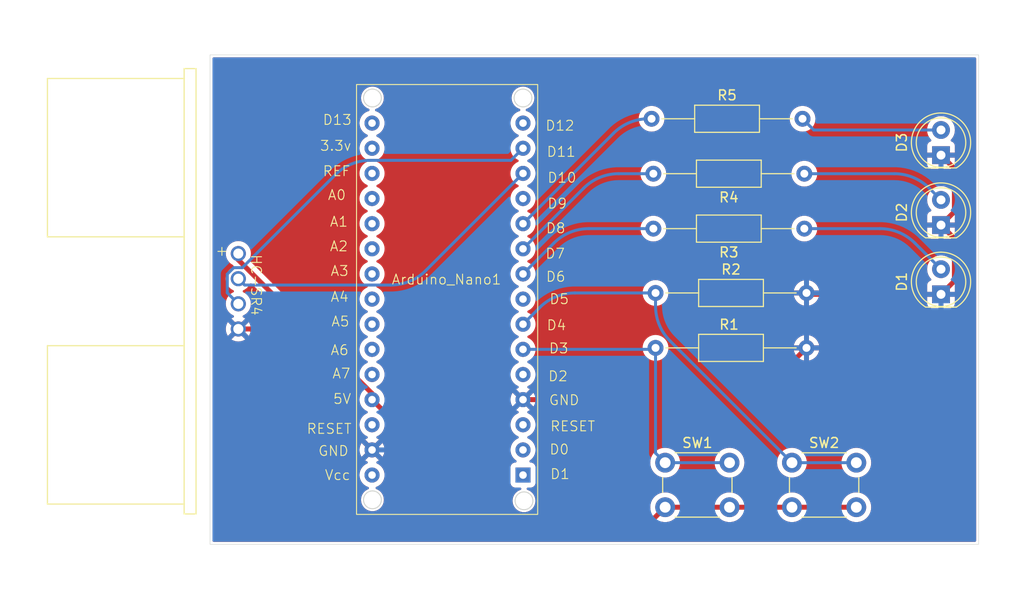
<source format=kicad_pcb>
(kicad_pcb (version 20240108) (generator "pcbnew") (generator_version "8.0")
  (title_block (title "MINI PROJECT "))
  (layers (0 "F.Cu" signal) (31 "B.Cu" signal) (36 "B.SilkS" user "B.Silkscreen") (37 "F.SilkS" user "F.Silkscreen") (38 "B.Mask" user) (39 "F.Mask" user) (44 "Edge.Cuts" user))
  (net 0 "")
  (net 1 "LED2")
  (net 6 "LED3")
  (net 8 "LED1")
  (net 10 "Push_2")
  (net 18 "5V")
  (net 20 "TRIG")
  (net 23 "GND")
  (net 24 "ECHO")
  (net 27 "Push_1")
  (net 28 "Net-(D1-A)")
  (net 29 "Net-(D2-A)")
  (net 30 "Net-(D3-A)")
  (footprint "Arduino_C:Arduino_Nano_C" (layer "F.Cu") (at 112.411 99.46)
    (property "Reference" "Arduino_Nano1" (at 0.0674 -0.6212 0) (layer "F.SilkS") (effects (font (thickness 0.1))))
    (property "Value" "~")
    (fp_rect (start -9.017 -20.32) (end 9.271 23.114) (stroke (width 0.1)) (fill none) (layer "F.SilkS"))
    (fp_circle (center -7.411 -18.96) (end -6.511 -18.96) (stroke (width 0.1)) (fill none) (layer "Edge.Cuts"))
    (fp_circle (center -7.411 21.64) (end -6.511 21.64) (stroke (width 0.1)) (fill none) (layer "Edge.Cuts"))
    (fp_circle (center 7.789 -18.96) (end 8.689 -18.96) (stroke (width 0.1)) (fill none) (layer "Edge.Cuts"))
    (fp_circle (center 7.889 21.74) (end 8.789 21.74) (stroke (width 0.1)) (fill none) (layer "Edge.Cuts"))
    (fp_text user "GND" (at 10.3544 12.155 0) (layer "F.SilkS") (effects (font (thickness 0.1)) (justify left bottom)))
    (fp_text user "A7" (at -11.515 9.4626 0) (layer "F.SilkS") (effects (font (thickness 0.1)) (justify left bottom)))
    (fp_text user "GND" (at -12.9374 17.2858 0) (layer "F.SilkS") (effects (font (thickness 0.1)) (justify left bottom)))
    (fp_text user "A2" (at -11.769 -3.3898 0) (layer "F.SilkS") (effects (font (thickness 0.1)) (justify left bottom)))
    (fp_text user "D11" (at 10.1258 -12.9402 0) (layer "F.SilkS") (effects (font (thickness 0.1)) (justify left bottom)))
    (fp_text user "A0" (at -11.9722 -8.5714 0) (layer "F.SilkS") (effects (font (thickness 0.1)) (justify left bottom)))
    (fp_text user "D4" (at 10.1258 4.5858 0) (layer "F.SilkS") (effects (font (thickness 0.1)) (justify left bottom)))
    (fp_text user "RESET" (at -14.1058 15.0506 0) (layer "F.SilkS") (effects (font (thickness 0.1)) (justify left bottom)))
    (fp_text user "A4" (at -11.6928 1.7156 0) (layer "F.SilkS") (effects (font (thickness 0.1)) (justify left bottom)))
    (fp_text user "RESET" (at 10.4814 14.7966 0) (layer "F.SilkS") (effects (font (thickness 0.1)) (justify left bottom)))
    (fp_text user "D8" (at 10.0496 -5.2186 0) (layer "F.SilkS") (effects (font (thickness 0.1)) (justify left bottom)))
    (fp_text user "D12" (at 9.9988 -15.5818 0) (layer "F.SilkS") (effects (font (thickness 0.1)) (justify left bottom)))
    (fp_text user "A3" (at -11.6928 -0.9006 0) (layer "F.SilkS") (effects (font (thickness 0.1)) (justify left bottom)))
    (fp_text user "5V" (at -11.4388 12.028 0) (layer "F.SilkS") (effects (font (thickness 0.1)) (justify left bottom)))
    (fp_text user "A1" (at -11.769 -5.879 0) (layer "F.SilkS") (effects (font (thickness 0.1)) (justify left bottom)))
    (fp_text user "REF" (at -12.4802 -10.9844 0) (layer "F.SilkS") (effects (font (thickness 0.1)) (justify left bottom)))
    (fp_text user "A6" (at -11.6928 7.1004 0) (layer "F.SilkS") (effects (font (thickness 0.1)) (justify left bottom)))
    (fp_text user "D1" (at 10.4814 19.6226 0) (layer "F.SilkS") (effects (font (thickness 0.1)) (justify left bottom)))
    (fp_text user "D7" (at 9.9988 -2.6532 0) (layer "F.SilkS") (effects (font (thickness 0.1)) (justify left bottom)))
    (fp_text user "D3" (at 10.3544 6.9226 0) (layer "F.SilkS") (effects (font (thickness 0.1)) (justify left bottom)))
    (fp_text user "D2" (at 10.2782 9.742 0) (layer "F.SilkS") (effects (font (thickness 0.1)) (justify left bottom)))
    (fp_text user "D10" (at 10.202 -10.324 0) (layer "F.SilkS") (effects (font (thickness 0.1)) (justify left bottom)))
    (fp_text user "Vcc" (at -12.277 19.7242 0) (layer "F.SilkS") (effects (font (thickness 0.1)) (justify left bottom)))
    (fp_text user "D13" (at -12.4802 -16.166 0) (layer "F.SilkS") (effects (font (thickness 0.1)) (justify left bottom)))
    (fp_text user "D9" (at 10.202 -7.7078 0) (layer "F.SilkS") (effects (font (thickness 0.1)) (justify left bottom)))
    (fp_text user "D0" (at 10.4052 17.1334 0) (layer "F.SilkS") (effects (font (thickness 0.1)) (justify left bottom)))
    (fp_text user "D6" (at 10.0496 -0.3164 0) (layer "F.SilkS") (effects (font (thickness 0.1)) (justify left bottom)))
    (fp_text user "3.3v" (at -12.7596 -13.5498 0) (layer "F.SilkS") (effects (font (thickness 0.1)) (justify left bottom)))
    (fp_text user "A5" (at -11.6166 4.2048 0) (layer "F.SilkS") (effects (font (thickness 0.1)) (justify left bottom)))
    (fp_text user "D5" (at 10.4052 1.9442 0) (layer "F.SilkS") (effects (font (thickness 0.1)) (justify left bottom)))
    (pad "1" thru_hole rect (at 7.789 19.14) (size 1.524 1.524) (drill 0.762) (layers "*.Cu" "*.Mask"))
    (pad "2" thru_hole circle (at 7.789 16.6) (size 1.524 1.524) (drill 0.762) (layers "*.Cu" "*.Mask"))
    (pad "3" thru_hole circle (at 7.789 14.06) (size 1.524 1.524) (drill 0.762) (layers "*.Cu" "*.Mask"))
    (pad "4" thru_hole circle (at 7.789 11.52) (size 1.524 1.524) (drill 0.762) (layers "*.Cu" "*.Mask") (net 23 "GND"))
    (pad "5" thru_hole circle (at 7.789 8.98) (size 1.524 1.524) (drill 0.762) (layers "*.Cu" "*.Mask"))
    (pad "6" thru_hole circle (at 7.789 6.44) (size 1.524 1.524) (drill 0.762) (layers "*.Cu" "*.Mask") (net 27 "Push_1"))
    (pad "7" thru_hole circle (at 7.789 3.9) (size 1.524 1.524) (drill 0.762) (layers "*.Cu" "*.Mask") (net 10 "Push_2"))
    (pad "8" thru_hole circle (at 7.789 1.36) (size 1.524 1.524) (drill 0.762) (layers "*.Cu" "*.Mask"))
    (pad "9" thru_hole circle (at 7.789 -1.18) (size 1.524 1.524) (drill 0.762) (layers "*.Cu" "*.Mask") (net 8 "LED1"))
    (pad "10" thru_hole circle (at 7.789 -3.72) (size 1.524 1.524) (drill 0.762) (layers "*.Cu" "*.Mask") (net 1 "LED2"))
    (pad "11" thru_hole circle (at 7.789 -6.26) (size 1.524 1.524) (drill 0.762) (layers "*.Cu" "*.Mask") (net 6 "LED3"))
    (pad "12" thru_hole circle (at 7.789 -8.8) (size 1.524 1.524) (drill 0.762) (layers "*.Cu" "*.Mask"))
    (pad "13" thru_hole circle (at 7.789 -11.34) (size 1.524 1.524) (drill 0.762) (layers "*.Cu" "*.Mask") (net 20 "TRIG"))
    (pad "14" thru_hole circle (at 7.789 -13.88) (size 1.524 1.524) (drill 0.762) (layers "*.Cu" "*.Mask") (net 24 "ECHO"))
    (pad "15" thru_hole circle (at 7.789 -16.42) (size 1.524 1.524) (drill 0.762) (layers "*.Cu" "*.Mask"))
    (pad "16" thru_hole circle (at -7.451 -16.42) (size 1.524 1.524) (drill 0.762) (layers "*.Cu" "*.Mask"))
    (pad "17" thru_hole circle (at -7.451 -13.88) (size 1.524 1.524) (drill 0.762) (layers "*.Cu" "*.Mask"))
    (pad "18" thru_hole circle (at -7.451 -11.34) (size 1.524 1.524) (drill 0.762) (layers "*.Cu" "*.Mask"))
    (pad "19" thru_hole circle (at -7.451 -8.8) (size 1.524 1.524) (drill 0.762) (layers "*.Cu" "*.Mask"))
    (pad "20" thru_hole circle (at -7.451 -6.26) (size 1.524 1.524) (drill 0.762) (layers "*.Cu" "*.Mask"))
    (pad "21" thru_hole circle (at -7.451 -3.72) (size 1.524 1.524) (drill 0.762) (layers "*.Cu" "*.Mask"))
    (pad "22" thru_hole circle (at -7.451 -1.18) (size 1.524 1.524) (drill 0.762) (layers "*.Cu" "*.Mask"))
    (pad "23" thru_hole circle (at -7.451 1.36) (size 1.524 1.524) (drill 0.762) (layers "*.Cu" "*.Mask"))
    (pad "24" thru_hole circle (at -7.451 3.9) (size 1.524 1.524) (drill 0.762) (layers "*.Cu" "*.Mask"))
    (pad "25" thru_hole circle (at -7.451 6.44) (size 1.524 1.524) (drill 0.762) (layers "*.Cu" "*.Mask"))
    (pad "26" thru_hole circle (at -7.451 8.98) (size 1.524 1.524) (drill 0.762) (layers "*.Cu" "*.Mask"))
    (pad "27" thru_hole circle (at -7.451 11.52) (size 1.524 1.524) (drill 0.762) (layers "*.Cu" "*.Mask") (net 18 "5V"))
    (pad "28" thru_hole circle (at -7.451 14.06) (size 1.524 1.524) (drill 0.762) (layers "*.Cu" "*.Mask"))
    (pad "29" thru_hole circle (at -7.451 16.6) (size 1.524 1.524) (drill 0.762) (layers "*.Cu" "*.Mask") (net 23 "GND"))
    (pad "30" thru_hole circle (at -7.451 19.14) (size 1.524 1.524) (drill 0.762) (layers "*.Cu" "*.Mask"))
  )
  (footprint "Sensor_Distance:HC-SR04_C" (layer "F.Cu") (at 82.4 99.6 -90)
    (property "Reference" "HC-SR4" (at -0.2 -10.86 -90) (layer "F.SilkS") (effects (font (thickness 0.1))))
    (property "Value" "~")
    (fp_line (start -21.07 10.21) (end -5.07 10.21) (stroke (width 0.127)) (layer "F.SilkS"))
    (fp_line (start 5.93 10.21) (end 21.93 10.21) (stroke (width 0.127)) (layer "F.SilkS"))
    (fp_line (start -22.07 -3.59) (end -22.07 -4.79) (stroke (width 0.127)) (layer "F.SilkS"))
    (fp_line (start -21.07 -3.59) (end -21.07 10.21) (stroke (width 0.127)) (layer "F.SilkS"))
    (fp_line (start -21.07 -3.59) (end -22.07 -3.59) (stroke (width 0.127)) (layer "F.SilkS"))
    (fp_line (start -5.07 -3.59) (end -5.07 10.21) (stroke (width 0.127)) (layer "F.SilkS"))
    (fp_line (start -5.07 -3.59) (end -21.07 -3.59) (stroke (width 0.127)) (layer "F.SilkS"))
    (fp_line (start 5.93 -3.59) (end 5.93 10.21) (stroke (width 0.127)) (layer "F.SilkS"))
    (fp_line (start 5.93 -3.59) (end -5.07 -3.59) (stroke (width 0.127)) (layer "F.SilkS"))
    (fp_line (start 21.93 -3.59) (end 21.93 10.21) (stroke (width 0.127)) (layer "F.SilkS"))
    (fp_line (start 21.93 -3.59) (end 5.93 -3.59) (stroke (width 0.127)) (layer "F.SilkS"))
    (fp_line (start 22.93 -3.59) (end 21.93 -3.59) (stroke (width 0.127)) (layer "F.SilkS"))
    (fp_line (start -22.07 -4.79) (end 22.93 -4.79) (stroke (width 0.127)) (layer "F.SilkS"))
    (fp_line (start 22.93 -4.79) (end 22.93 -3.59) (stroke (width 0.127)) (layer "F.SilkS"))
    (pad "1" thru_hole circle (at -3.38 -9.06 270) (size 1.53 1.53) (drill 1.02) (layers "*.Cu" "*.Mask") (net 18 "5V"))
    (pad "2" thru_hole circle (at -0.84 -9.06 270) (size 1.53 1.53) (drill 1.02) (layers "*.Cu" "*.Mask") (net 20 "TRIG"))
    (pad "3" thru_hole circle (at 1.7 -9.06 270) (size 1.53 1.53) (drill 1.02) (layers "*.Cu" "*.Mask") (net 24 "ECHO"))
    (pad "4" thru_hole circle (at 4.24 -9.06 270) (size 1.53 1.53) (drill 1.02) (layers "*.Cu" "*.Mask") (net 23 "GND"))
  )
  (footprint "LED_THT:LED_D5.0mm" (layer "F.Cu") (at 162.4 100.34 90)
    (property "Reference" "D1" (at 1.27 -3.96 90) (layer "F.SilkS"))
    (property "Value" "LED")
    (fp_line (start -1.29 -1.545) (end -1.29 1.545) (stroke (width 0.12)) (layer "F.SilkS"))
    (fp_arc (start -1.29 -1.54483) (mid 2.071756 -2.880501) (end 4.26 -0.000048) (stroke (width 0.12)) (layer "F.SilkS"))
    (fp_arc (start 4.26 0.000048) (mid 2.071756 2.880501) (end -1.29 1.54483) (stroke (width 0.12)) (layer "F.SilkS"))
    (fp_circle (center 1.27 0) (end 3.77 0) (stroke (width 0.12)) (fill none) (layer "F.SilkS"))
    (pad "1" thru_hole rect (at 0 0 90) (size 1.8 1.8) (drill 0.9) (layers "*.Cu" "*.Mask") (net 23 "GND"))
    (pad "2" thru_hole circle (at 2.54 0 90) (size 1.8 1.8) (drill 0.9) (layers "*.Cu" "*.Mask") (net 28 "Net-(D1-A)"))
  )
  (footprint "Resistor_THT:R_Axial_DIN0207_L6.3mm_D2.5mm_P15.24mm_Horizontal" (layer "F.Cu") (at 133.18 82.6)
    (property "Reference" "R5" (at 7.62 -2.37 0) (layer "F.SilkS"))
    (property "Value" "R")
    (fp_line (start 1.04 0) (end 4.35 0) (stroke (width 0.12)) (layer "F.SilkS"))
    (fp_line (start 4.35 -1.37) (end 4.35 1.37) (stroke (width 0.12)) (layer "F.SilkS"))
    (fp_line (start 4.35 1.37) (end 10.89 1.37) (stroke (width 0.12)) (layer "F.SilkS"))
    (fp_line (start 10.89 -1.37) (end 4.35 -1.37) (stroke (width 0.12)) (layer "F.SilkS"))
    (fp_line (start 10.89 1.37) (end 10.89 -1.37) (stroke (width 0.12)) (layer "F.SilkS"))
    (fp_line (start 14.2 0) (end 10.89 0) (stroke (width 0.12)) (layer "F.SilkS"))
    (pad "1" thru_hole circle (at 0 0) (size 1.6 1.6) (drill 0.8) (layers "*.Cu" "*.Mask") (net 6 "LED3"))
    (pad "2" thru_hole oval (at 15.24 0) (size 1.6 1.6) (drill 0.8) (layers "*.Cu" "*.Mask") (net 30 "Net-(D3-A)"))
  )
  (footprint "Resistor_THT:R_Axial_DIN0207_L6.3mm_D2.5mm_P15.24mm_Horizontal" (layer "F.Cu") (at 133.58 105.75)
    (property "Reference" "R1" (at 7.42 -2.35 0) (layer "F.SilkS"))
    (property "Value" "R")
    (fp_line (start 1.04 0) (end 4.35 0) (stroke (width 0.12)) (layer "F.SilkS"))
    (fp_line (start 4.35 -1.37) (end 4.35 1.37) (stroke (width 0.12)) (layer "F.SilkS"))
    (fp_line (start 4.35 1.37) (end 10.89 1.37) (stroke (width 0.12)) (layer "F.SilkS"))
    (fp_line (start 10.89 -1.37) (end 4.35 -1.37) (stroke (width 0.12)) (layer "F.SilkS"))
    (fp_line (start 10.89 1.37) (end 10.89 -1.37) (stroke (width 0.12)) (layer "F.SilkS"))
    (fp_line (start 14.2 0) (end 10.89 0) (stroke (width 0.12)) (layer "F.SilkS"))
    (pad "1" thru_hole circle (at 0 0) (size 1.6 1.6) (drill 0.8) (layers "*.Cu" "*.Mask") (net 27 "Push_1"))
    (pad "2" thru_hole oval (at 15.24 0) (size 1.6 1.6) (drill 0.8) (layers "*.Cu" "*.Mask") (net 23 "GND"))
  )
  (footprint "LED_THT:LED_D5.0mm" (layer "F.Cu") (at 162.4 86.275 90)
    (property "Reference" "D3" (at 1.27 -3.96 90) (layer "F.SilkS"))
    (property "Value" "LED")
    (fp_line (start -1.29 -1.545) (end -1.29 1.545) (stroke (width 0.12)) (layer "F.SilkS"))
    (fp_arc (start -1.29 -1.54483) (mid 2.071756 -2.880501) (end 4.26 -0.000048) (stroke (width 0.12)) (layer "F.SilkS"))
    (fp_arc (start 4.26 0.000048) (mid 2.071756 2.880501) (end -1.29 1.54483) (stroke (width 0.12)) (layer "F.SilkS"))
    (fp_circle (center 1.27 0) (end 3.77 0) (stroke (width 0.12)) (fill none) (layer "F.SilkS"))
    (pad "1" thru_hole rect (at 0 0 90) (size 1.8 1.8) (drill 0.9) (layers "*.Cu" "*.Mask") (net 23 "GND"))
    (pad "2" thru_hole circle (at 2.54 0 90) (size 1.8 1.8) (drill 0.9) (layers "*.Cu" "*.Mask") (net 30 "Net-(D3-A)"))
  )
  (footprint "Resistor_THT:R_Axial_DIN0207_L6.3mm_D2.5mm_P15.24mm_Horizontal" (layer "F.Cu") (at 133.58 100.2)
    (property "Reference" "R2" (at 7.62 -2.37 0) (layer "F.SilkS"))
    (property "Value" "R")
    (fp_line (start 1.04 0) (end 4.35 0) (stroke (width 0.12)) (layer "F.SilkS"))
    (fp_line (start 4.35 -1.37) (end 4.35 1.37) (stroke (width 0.12)) (layer "F.SilkS"))
    (fp_line (start 4.35 1.37) (end 10.89 1.37) (stroke (width 0.12)) (layer "F.SilkS"))
    (fp_line (start 10.89 -1.37) (end 4.35 -1.37) (stroke (width 0.12)) (layer "F.SilkS"))
    (fp_line (start 10.89 1.37) (end 10.89 -1.37) (stroke (width 0.12)) (layer "F.SilkS"))
    (fp_line (start 14.2 0) (end 10.89 0) (stroke (width 0.12)) (layer "F.SilkS"))
    (pad "1" thru_hole circle (at 0 0) (size 1.6 1.6) (drill 0.8) (layers "*.Cu" "*.Mask") (net 10 "Push_2"))
    (pad "2" thru_hole oval (at 15.24 0) (size 1.6 1.6) (drill 0.8) (layers "*.Cu" "*.Mask") (net 23 "GND"))
  )
  (footprint "LED_THT:LED_D5.0mm" (layer "F.Cu") (at 162.4 93.34 90)
    (property "Reference" "D2" (at 1.27 -3.96 90) (layer "F.SilkS"))
    (property "Value" "LED")
    (fp_line (start -1.29 -1.545) (end -1.29 1.545) (stroke (width 0.12)) (layer "F.SilkS"))
    (fp_arc (start -1.29 -1.54483) (mid 2.071756 -2.880501) (end 4.26 -0.000048) (stroke (width 0.12)) (layer "F.SilkS"))
    (fp_arc (start 4.26 0.000048) (mid 2.071756 2.880501) (end -1.29 1.54483) (stroke (width 0.12)) (layer "F.SilkS"))
    (fp_circle (center 1.27 0) (end 3.77 0) (stroke (width 0.12)) (fill none) (layer "F.SilkS"))
    (pad "1" thru_hole rect (at 0 0 90) (size 1.8 1.8) (drill 0.9) (layers "*.Cu" "*.Mask") (net 23 "GND"))
    (pad "2" thru_hole circle (at 2.54 0 90) (size 1.8 1.8) (drill 0.9) (layers "*.Cu" "*.Mask") (net 29 "Net-(D2-A)"))
  )
  (footprint "Resistor_THT:R_Axial_DIN0207_L6.3mm_D2.5mm_P15.24mm_Horizontal" (layer "F.Cu") (at 133.36 93.7)
    (property "Reference" "R3" (at 7.62 2.4 0) (layer "F.SilkS"))
    (property "Value" "R")
    (fp_line (start 1.04 0) (end 4.35 0) (stroke (width 0.12)) (layer "F.SilkS"))
    (fp_line (start 4.35 -1.37) (end 4.35 1.37) (stroke (width 0.12)) (layer "F.SilkS"))
    (fp_line (start 4.35 1.37) (end 10.89 1.37) (stroke (width 0.12)) (layer "F.SilkS"))
    (fp_line (start 10.89 -1.37) (end 4.35 -1.37) (stroke (width 0.12)) (layer "F.SilkS"))
    (fp_line (start 10.89 1.37) (end 10.89 -1.37) (stroke (width 0.12)) (layer "F.SilkS"))
    (fp_line (start 14.2 0) (end 10.89 0) (stroke (width 0.12)) (layer "F.SilkS"))
    (pad "1" thru_hole circle (at 0 0) (size 1.6 1.6) (drill 0.8) (layers "*.Cu" "*.Mask") (net 8 "LED1"))
    (pad "2" thru_hole oval (at 15.24 0) (size 1.6 1.6) (drill 0.8) (layers "*.Cu" "*.Mask") (net 28 "Net-(D1-A)"))
  )
  (footprint "Resistor_THT:R_Axial_DIN0207_L6.3mm_D2.5mm_P15.24mm_Horizontal" (layer "F.Cu") (at 133.36 88.15)
    (property "Reference" "R4" (at 7.62 2.4 0) (layer "F.SilkS"))
    (property "Value" "R")
    (fp_line (start 1.04 0) (end 4.35 0) (stroke (width 0.12)) (layer "F.SilkS"))
    (fp_line (start 4.35 -1.37) (end 4.35 1.37) (stroke (width 0.12)) (layer "F.SilkS"))
    (fp_line (start 4.35 1.37) (end 10.89 1.37) (stroke (width 0.12)) (layer "F.SilkS"))
    (fp_line (start 10.89 -1.37) (end 4.35 -1.37) (stroke (width 0.12)) (layer "F.SilkS"))
    (fp_line (start 10.89 1.37) (end 10.89 -1.37) (stroke (width 0.12)) (layer "F.SilkS"))
    (fp_line (start 14.2 0) (end 10.89 0) (stroke (width 0.12)) (layer "F.SilkS"))
    (pad "1" thru_hole circle (at 0 0) (size 1.6 1.6) (drill 0.8) (layers "*.Cu" "*.Mask") (net 1 "LED2"))
    (pad "2" thru_hole oval (at 15.24 0) (size 1.6 1.6) (drill 0.8) (layers "*.Cu" "*.Mask") (net 29 "Net-(D2-A)"))
  )
  (footprint "Button_Switch_THT:SW_PUSH_6mm_H5mm" (layer "F.Cu") (at 134.55 117.35)
    (property "Reference" "SW1" (at 3.25 -2 0) (layer "F.SilkS"))
    (property "Value" "SW_Push")
    (fp_line (start -0.25 1.5) (end -0.25 3) (stroke (width 0.12)) (layer "F.SilkS"))
    (fp_line (start 1 5.5) (end 5.5 5.5) (stroke (width 0.12)) (layer "F.SilkS"))
    (fp_line (start 5.5 -1) (end 1 -1) (stroke (width 0.12)) (layer "F.SilkS"))
    (fp_line (start 6.75 3) (end 6.75 1.5) (stroke (width 0.12)) (layer "F.SilkS"))
    (pad "1" thru_hole circle (at 0 0 90) (size 2 2) (drill 1.1) (layers "*.Cu" "*.Mask") (net 27 "Push_1"))
    (pad "1" thru_hole circle (at 6.5 0 90) (size 2 2) (drill 1.1) (layers "*.Cu" "*.Mask") (net 27 "Push_1"))
    (pad "2" thru_hole circle (at 0 4.5 90) (size 2 2) (drill 1.1) (layers "*.Cu" "*.Mask") (net 18 "5V"))
    (pad "2" thru_hole circle (at 6.5 4.5 90) (size 2 2) (drill 1.1) (layers "*.Cu" "*.Mask") (net 18 "5V"))
  )
  (footprint "Button_Switch_THT:SW_PUSH_6mm_H5mm" (layer "F.Cu") (at 147.35 117.35)
    (property "Reference" "SW2" (at 3.25 -2 0) (layer "F.SilkS"))
    (property "Value" "SW_Push")
    (fp_line (start -0.25 1.5) (end -0.25 3) (stroke (width 0.12)) (layer "F.SilkS"))
    (fp_line (start 1 5.5) (end 5.5 5.5) (stroke (width 0.12)) (layer "F.SilkS"))
    (fp_line (start 5.5 -1) (end 1 -1) (stroke (width 0.12)) (layer "F.SilkS"))
    (fp_line (start 6.75 3) (end 6.75 1.5) (stroke (width 0.12)) (layer "F.SilkS"))
    (pad "1" thru_hole circle (at 0 0 90) (size 2 2) (drill 1.1) (layers "*.Cu" "*.Mask") (net 10 "Push_2"))
    (pad "1" thru_hole circle (at 6.5 0 90) (size 2 2) (drill 1.1) (layers "*.Cu" "*.Mask") (net 10 "Push_2"))
    (pad "2" thru_hole circle (at 0 4.5 90) (size 2 2) (drill 1.1) (layers "*.Cu" "*.Mask") (net 18 "5V"))
    (pad "2" thru_hole circle (at 6.5 4.5 90) (size 2 2) (drill 1.1) (layers "*.Cu" "*.Mask") (net 18 "5V"))
  )
  (gr_line (start 89.4 96) (end 90.2 96) (stroke (width 0.1)) (layer "F.SilkS"))
  (gr_line (start 89.8 95.6) (end 89.8 96.4) (stroke (width 0.1)) (layer "F.SilkS"))
  (gr_rect (start 88.6022 76.1446) (end 166.1978 125.6) (stroke (width 0.05)) (fill none) (layer "Edge.Cuts"))
  (segment (start 133.36 88.15) (end 129.861068 88.15) (width 0.3) (layer "B.Cu") (net 1))
  (segment (start 126.325534 89.614466) (end 120.2 95.74) (width 0.3) (layer "B.Cu") (net 1))
  (arc (start 126.325534 89.614466) (mid 127.947651 88.530602) (end 129.861068 88.15) (width 0.3) (layer "B.Cu") (net 1))
  (segment (start 129.335534 84.064466) (end 120.2 93.2) (width 0.3) (layer "B.Cu") (net 6))
  (segment (start 133.18 82.6) (end 132.871068 82.6) (width 0.3) (layer "B.Cu") (net 6))
  (arc (start 132.871068 82.6) (mid 130.957651 82.980602) (end 129.335534 84.064466) (width 0.3) (layer "B.Cu") (net 6))
  (segment (start 123.315534 95.164466) (end 120.2 98.28) (width 0.3) (layer "B.Cu") (net 8))
  (segment (start 133.36 93.7) (end 126.851068 93.7) (width 0.3) (layer "B.Cu") (net 8))
  (arc (start 126.851068 93.7) (mid 124.937651 94.080602) (end 123.315534 95.164466) (width 0.3) (layer "B.Cu") (net 8))
  (segment (start 147.35 117.35) (end 153.85 117.35) (width 0.3) (layer "B.Cu") (net 10))
  (segment (start 133.58 100.2) (end 125.431068 100.2) (width 0.3) (layer "B.Cu") (net 10))
  (segment (start 121.895534 101.664466) (end 120.2 103.36) (width 0.3) (layer "B.Cu") (net 10))
  (segment (start 135.044466 105.044466) (end 147.35 117.35) (width 0.3) (layer "B.Cu") (net 10))
  (segment (start 133.58 100.2) (end 133.58 101.508932) (width 0.3) (layer "B.Cu") (net 10))
  (arc (start 133.58 101.508932) (mid 133.960602 103.422349) (end 135.044466 105.044466) (width 0.3) (layer "B.Cu") (net 10))
  (arc (start 121.895534 101.664466) (mid 123.517651 100.580602) (end 125.431068 100.2) (width 0.3) (layer "B.Cu") (net 10))
  (segment (start 153.85 121.85) (end 147.35 121.85) (width 0.5) (layer "F.Cu") (net 18))
  (segment (start 104.96 110.36) (end 104.96 110.98) (width 0.5) (layer "F.Cu") (net 18))
  (segment (start 91.46 96.22) (end 91.46 96.86) (width 0.5) (layer "F.Cu") (net 18))
  (segment (start 132.6 124.2) (end 132.6 123.8) (width 0.5) (layer "F.Cu") (net 18))
  (segment (start 134.55 121.85) (end 141.05 121.85) (width 0.5) (layer "F.Cu") (net 18))
  (segment (start 141.05 121.85) (end 147.35 121.85) (width 0.5) (layer "F.Cu") (net 18))
  (segment (start 108.09 114.11) (end 116.715534 122.735534) (width 0.5) (layer "F.Cu") (net 18))
  (segment (start 132.6 123.8) (end 134.55 121.85) (width 0.5) (layer "F.Cu") (net 18))
  (segment (start 104.96 110.98) (end 108.09 114.11) (width 0.5) (layer "F.Cu") (net 18))
  (segment (start 120.251068 124.2) (end 132.6 124.2) (width 0.5) (layer "F.Cu") (net 18))
  (segment (start 91.46 96.86) (end 104.96 110.36) (width 0.5) (layer "F.Cu") (net 18))
  (arc (start 120.251068 124.2) (mid 118.337651 123.819398) (end 116.715534 122.735534) (width 0.5) (layer "F.Cu") (net 18))
  (segment (start 91.46 98.76) (end 91.587534 98.632466) (width 0.3) (layer "B.Cu") (net 20))
  (segment (start 91.46 98.76) (end 92.1 99.4) (width 0.3) (layer "B.Cu") (net 20))
  (segment (start 110.384466 97.935534) (end 120.2 88.12) (width 0.3) (layer "B.Cu") (net 20))
  (segment (start 92.1 99.4) (end 106.848932 99.4) (width 0.3) (layer "B.Cu") (net 20))
  (arc (start 110.384466 97.935534) (mid 108.762349 99.019398) (end 106.848932 99.4) (width 0.3) (layer "B.Cu") (net 20))
  (segment (start 92.74 103.84) (end 104.96 116.06) (width 0.5) (layer "F.Cu") (net 23))
  (segment (start 149.14 100.34) (end 162.4 100.34) (width 0.5) (layer "F.Cu") (net 23))
  (segment (start 162.4 86.275) (end 163.75 87.625) (width 0.5) (layer "F.Cu") (net 23))
  (segment (start 148.82 105.75) (end 145.054466 109.515534) (width 0.5) (layer "F.Cu") (net 23))
  (segment (start 163.75 94.69) (end 163.75 98.99) (width 0.5) (layer "F.Cu") (net 23))
  (segment (start 141.518932 110.98) (end 120.2 110.98) (width 0.5) (layer "F.Cu") (net 23))
  (segment (start 149 100.2) (end 149.14 100.34) (width 0.5) (layer "F.Cu") (net 23))
  (segment (start 91.46 103.84) (end 92.74 103.84) (width 0.5) (layer "F.Cu") (net 23))
  (segment (start 148.82 100.2) (end 148.82 105.75) (width 0.5) (layer "F.Cu") (net 23))
  (segment (start 163.75 91.99) (end 162.4 93.34) (width 0.5) (layer "F.Cu") (net 23))
  (segment (start 163.75 87.625) (end 163.75 91.99) (width 0.5) (layer "F.Cu") (net 23))
  (segment (start 162.4 93.34) (end 163.75 94.69) (width 0.5) (layer "F.Cu") (net 23))
  (segment (start 163.75 98.99) (end 162.4 100.34) (width 0.5) (layer "F.Cu") (net 23))
  (segment (start 148.82 100.2) (end 149 100.2) (width 0.5) (layer "F.Cu") (net 23))
  (arc (start 145.054466 109.515534) (mid 143.432349 110.599398) (end 141.518932 110.98) (width 0.5) (layer "F.Cu") (net 23))
  (segment (start 116.584466 114.595534) (end 120.2 110.98) (width 0.5) (layer "B.Cu") (net 23))
  (segment (start 104.96 116.06) (end 113.048932 116.06) (width 0.5) (layer "B.Cu") (net 23))
  (arc (start 113.048932 116.06) (mid 114.962349 115.679398) (end 116.584466 114.595534) (width 0.5) (layer "B.Cu") (net 23))
  (segment (start 91.867893 97.645) (end 101.248427 88.264466) (width 0.3) (layer "B.Cu") (net 24))
  (segment (start 118.98 86.8) (end 120.2 85.58) (width 0.3) (layer "B.Cu") (net 24))
  (segment (start 91.46 101.3) (end 90.345 100.185) (width 0.3) (layer "B.Cu") (net 24))
  (segment (start 90.998151 97.645) (end 91.867893 97.645) (width 0.3) (layer "B.Cu") (net 24))
  (segment (start 90.345 100.185) (end 90.345 98.298151) (width 0.3) (layer "B.Cu") (net 24))
  (segment (start 90.345 98.298151) (end 90.998151 97.645) (width 0.3) (layer "B.Cu") (net 24))
  (segment (start 104.783961 86.8) (end 118.98 86.8) (width 0.3) (layer "B.Cu") (net 24))
  (arc (start 104.783961 86.8) (mid 102.870544 87.180602) (end 101.248427 88.264466) (width 0.3) (layer "B.Cu") (net 24))
  (segment (start 133.3 105.9) (end 120.2 105.9) (width 0.3) (layer "B.Cu") (net 27))
  (segment (start 134.55 117.35) (end 141.05 117.35) (width 0.3) (layer "B.Cu") (net 27))
  (segment (start 133.58 116.38) (end 134.55 117.35) (width 0.3) (layer "B.Cu") (net 27))
  (segment (start 133.58 105.75) (end 133.58 116.38) (width 0.3) (layer "B.Cu") (net 27))
  (segment (start 133.58 105.75) (end 133.45 105.75) (width 0.3) (layer "B.Cu") (net 27))
  (segment (start 133.45 105.75) (end 133.3 105.9) (width 0.3) (layer "B.Cu") (net 27))
  (segment (start 162.4 97.8) (end 159.764466 95.164466) (width 0.3) (layer "B.Cu") (net 28))
  (segment (start 156.228932 93.7) (end 148.6 93.7) (width 0.3) (layer "B.Cu") (net 28))
  (arc (start 156.228932 93.7) (mid 158.142349 94.080602) (end 159.764466 95.164466) (width 0.3) (layer "B.Cu") (net 28))
  (segment (start 161.214466 89.614466) (end 162.4 90.8) (width 0.3) (layer "B.Cu") (net 29))
  (segment (start 148.6 88.15) (end 157.678932 88.15) (width 0.3) (layer "B.Cu") (net 29))
  (arc (start 157.678932 88.15) (mid 159.592349 88.530602) (end 161.214466 89.614466) (width 0.3) (layer "B.Cu") (net 29))
  (segment (start 162.4 83.735) (end 149.555 83.735) (width 0.3) (layer "B.Cu") (net 30))
  (segment (start 149.555 83.735) (end 148.42 82.6) (width 0.3) (layer "B.Cu") (net 30))
  (zone (net 23) (net_name "GND") (layers "F&B.Cu") (connect_pads (clearance 0.5)) (min_thickness 0.25) (fill yes (thermal_gap 0.5) (thermal_bridge_width 0.5))
    (polygon (pts (xy 141 70.6) (xy 67.4 70.6) (xy 67.6 130.8) (xy 170.8 130.6) (xy 168.8 70.8)))
  )
)
</source>
